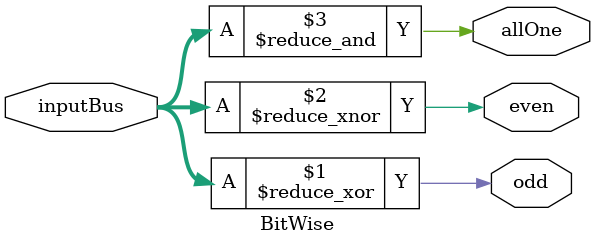
<source format=v>
module BitWise(inputBus,even,odd,allOne);
input [7:0]inputBus;
output even,odd,allOne;
wire even,odd,allOne;
  assign odd=^inputBus;
  assign even=~^inputBus;
  assign allOne=&inputBus;
endmodule

</source>
